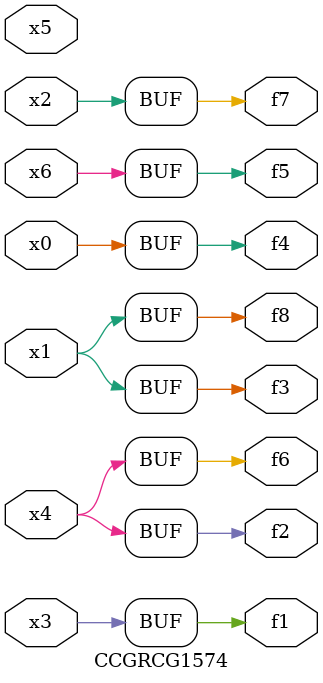
<source format=v>
module CCGRCG1574(
	input x0, x1, x2, x3, x4, x5, x6,
	output f1, f2, f3, f4, f5, f6, f7, f8
);
	assign f1 = x3;
	assign f2 = x4;
	assign f3 = x1;
	assign f4 = x0;
	assign f5 = x6;
	assign f6 = x4;
	assign f7 = x2;
	assign f8 = x1;
endmodule

</source>
